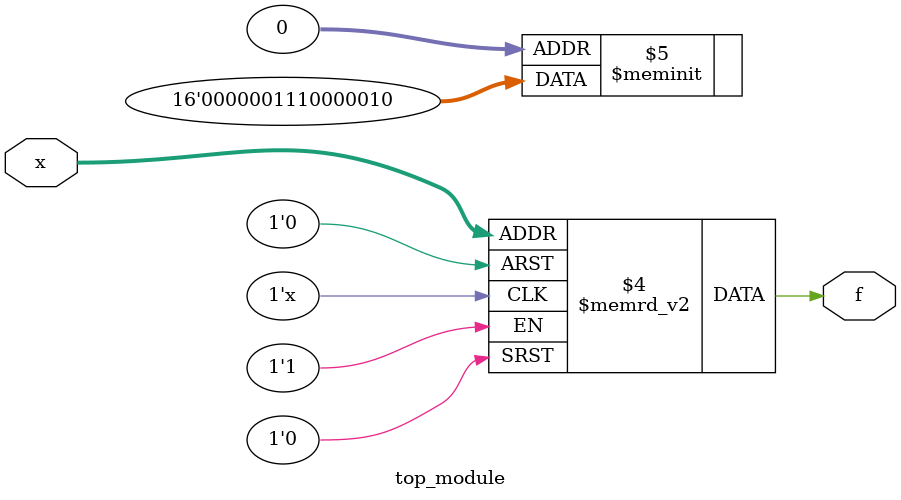
<source format=sv>
module top_module (
    input [4:1] x,
    output logic f
);

always_comb begin
    case ({x[4], x[3], x[2], x[1]})
        4'b0000, 4'b0101, 4'b1100, 4'b1101: f = 1'b0;
        4'b0001, 4'b0111, 4'b1000, 4'b1001: f = 1'b1;
        default: f = 1'b0; // Use don't-care as 0
    endcase
end

endmodule

</source>
